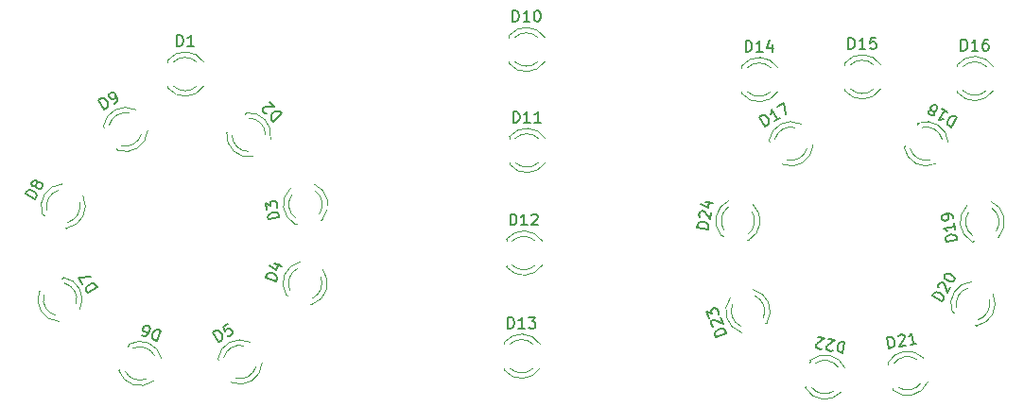
<source format=gbr>
%TF.GenerationSoftware,KiCad,Pcbnew,(6.0.7-1)-1*%
%TF.CreationDate,2023-10-29T11:35:44+10:00*%
%TF.ProjectId,HYD ISO Panel PCB V2,48594420-4953-44f2-9050-616e656c2050,rev?*%
%TF.SameCoordinates,Original*%
%TF.FileFunction,Legend,Top*%
%TF.FilePolarity,Positive*%
%FSLAX46Y46*%
G04 Gerber Fmt 4.6, Leading zero omitted, Abs format (unit mm)*
G04 Created by KiCad (PCBNEW (6.0.7-1)-1) date 2023-10-29 11:35:44*
%MOMM*%
%LPD*%
G01*
G04 APERTURE LIST*
%ADD10C,0.150000*%
%ADD11C,0.120000*%
G04 APERTURE END LIST*
D10*
%TO.C,D1*%
X90956904Y-65642380D02*
X90956904Y-64642380D01*
X91195000Y-64642380D01*
X91337857Y-64690000D01*
X91433095Y-64785238D01*
X91480714Y-64880476D01*
X91528333Y-65070952D01*
X91528333Y-65213809D01*
X91480714Y-65404285D01*
X91433095Y-65499523D01*
X91337857Y-65594761D01*
X91195000Y-65642380D01*
X90956904Y-65642380D01*
X92480714Y-65642380D02*
X91909285Y-65642380D01*
X92195000Y-65642380D02*
X92195000Y-64642380D01*
X92099761Y-64785238D01*
X92004523Y-64880476D01*
X91909285Y-64928095D01*
%TO.C,D2*%
X100332855Y-71707020D02*
X99625749Y-72414127D01*
X99457390Y-72245768D01*
X99390046Y-72111081D01*
X99390046Y-71976394D01*
X99423718Y-71875379D01*
X99524733Y-71707020D01*
X99625749Y-71606005D01*
X99794107Y-71504990D01*
X99895123Y-71471318D01*
X100029810Y-71471318D01*
X100164497Y-71538661D01*
X100332855Y-71707020D01*
X99019657Y-71673348D02*
X98952313Y-71673348D01*
X98851298Y-71639677D01*
X98682939Y-71471318D01*
X98649268Y-71370302D01*
X98649268Y-71302959D01*
X98682939Y-71201944D01*
X98750283Y-71134600D01*
X98884970Y-71067257D01*
X99693092Y-71067257D01*
X99255359Y-70629524D01*
%TO.C,D3*%
X100138113Y-81011619D02*
X99153305Y-81185267D01*
X99111960Y-80950789D01*
X99134049Y-80801834D01*
X99211302Y-80691505D01*
X99296824Y-80628071D01*
X99476138Y-80548100D01*
X99616825Y-80523293D01*
X99812676Y-80537112D01*
X99914736Y-80567470D01*
X100025065Y-80644723D01*
X100096768Y-80777141D01*
X100138113Y-81011619D01*
X98996195Y-80294251D02*
X98888698Y-79684608D01*
X99321746Y-79946726D01*
X99296939Y-79806039D01*
X99327297Y-79703979D01*
X99365923Y-79648814D01*
X99451445Y-79585380D01*
X99685923Y-79544036D01*
X99787984Y-79574393D01*
X99843148Y-79613020D01*
X99906582Y-79698542D01*
X99956196Y-79979916D01*
X99925838Y-80081976D01*
X99887211Y-80137141D01*
%TO.C,D4*%
X99839430Y-86740617D02*
X98899737Y-86398596D01*
X98981171Y-86174860D01*
X99074778Y-86056905D01*
X99196846Y-85999984D01*
X99302627Y-85987810D01*
X99497903Y-86008209D01*
X99632145Y-86057069D01*
X99794847Y-86166963D01*
X99868055Y-86244284D01*
X99924976Y-86366352D01*
X99920863Y-86516880D01*
X99839430Y-86740617D01*
X99701569Y-85170185D02*
X100328030Y-85398199D01*
X99262157Y-85263628D02*
X99851933Y-85731664D01*
X100063659Y-85149950D01*
%TO.C,D5*%
X94706833Y-92162386D02*
X94206833Y-91296360D01*
X94413029Y-91177312D01*
X94560557Y-91147123D01*
X94690654Y-91181983D01*
X94779513Y-91240652D01*
X94915990Y-91381800D01*
X94987419Y-91505517D01*
X95041417Y-91694284D01*
X95047797Y-91800572D01*
X95012938Y-91930670D01*
X94913029Y-92043338D01*
X94706833Y-92162386D01*
X95485251Y-90558265D02*
X95072858Y-90796360D01*
X95269714Y-91232563D01*
X95287144Y-91167514D01*
X95345813Y-91078656D01*
X95552009Y-90959608D01*
X95658298Y-90953228D01*
X95723346Y-90970658D01*
X95812205Y-91029327D01*
X95931252Y-91235524D01*
X95937632Y-91341812D01*
X95920202Y-91406860D01*
X95861533Y-91495719D01*
X95655337Y-91614766D01*
X95549049Y-91621146D01*
X95484000Y-91603716D01*
%TO.C,D6*%
X89505995Y-91144119D02*
X89163974Y-92083812D01*
X88940238Y-92002378D01*
X88822283Y-91908771D01*
X88765362Y-91786703D01*
X88753188Y-91680922D01*
X88773587Y-91485646D01*
X88822447Y-91351404D01*
X88932341Y-91188702D01*
X89009662Y-91115494D01*
X89131730Y-91058573D01*
X89282258Y-91062686D01*
X89505995Y-91144119D01*
X87821556Y-91595211D02*
X88000545Y-91660358D01*
X88106327Y-91648184D01*
X88167361Y-91619723D01*
X88305715Y-91518055D01*
X88415609Y-91355353D01*
X88545902Y-90997374D01*
X88533729Y-90891593D01*
X88505268Y-90830559D01*
X88432060Y-90753239D01*
X88253071Y-90688092D01*
X88147290Y-90700266D01*
X88086256Y-90728727D01*
X88008935Y-90801934D01*
X87927502Y-91025671D01*
X87939676Y-91131452D01*
X87968136Y-91192486D01*
X88041344Y-91269807D01*
X88220333Y-91334953D01*
X88326115Y-91322779D01*
X88387149Y-91294319D01*
X88464469Y-91221111D01*
%TO.C,D7*%
X83821756Y-87278670D02*
X82955730Y-87778670D01*
X82836682Y-87572474D01*
X82806493Y-87424946D01*
X82841353Y-87294849D01*
X82900022Y-87205990D01*
X83041170Y-87069513D01*
X83164887Y-86998084D01*
X83353654Y-86944086D01*
X83459942Y-86937706D01*
X83590040Y-86972565D01*
X83702708Y-87072474D01*
X83821756Y-87278670D01*
X82503349Y-86995123D02*
X82170016Y-86417773D01*
X83250327Y-86288927D01*
%TO.C,D8*%
X78244290Y-79385547D02*
X77378265Y-78885547D01*
X77497312Y-78679351D01*
X77609980Y-78579442D01*
X77740078Y-78544583D01*
X77846366Y-78550962D01*
X78035133Y-78604961D01*
X78158851Y-78676390D01*
X78299999Y-78812867D01*
X78358668Y-78901726D01*
X78393527Y-79031823D01*
X78363338Y-79179351D01*
X78244290Y-79385547D01*
X78320847Y-78110090D02*
X78231989Y-78168759D01*
X78166940Y-78186188D01*
X78060652Y-78179809D01*
X78019413Y-78155999D01*
X77960743Y-78067141D01*
X77943314Y-78002092D01*
X77949693Y-77895804D01*
X78044932Y-77730847D01*
X78133790Y-77672178D01*
X78198839Y-77654748D01*
X78305127Y-77661128D01*
X78346366Y-77684937D01*
X78405035Y-77773795D01*
X78422465Y-77838844D01*
X78416085Y-77945132D01*
X78320847Y-78110090D01*
X78314467Y-78216378D01*
X78331897Y-78281427D01*
X78390566Y-78370285D01*
X78555524Y-78465523D01*
X78661812Y-78471903D01*
X78726860Y-78454473D01*
X78815719Y-78395804D01*
X78910957Y-78230847D01*
X78917337Y-78124559D01*
X78899907Y-78059510D01*
X78841238Y-77970651D01*
X78676281Y-77875413D01*
X78569992Y-77869034D01*
X78504944Y-77886463D01*
X78416085Y-77945132D01*
%TO.C,D9*%
X84456833Y-71312386D02*
X83956833Y-70446360D01*
X84163029Y-70327312D01*
X84310557Y-70297123D01*
X84440654Y-70331983D01*
X84529513Y-70390652D01*
X84665990Y-70531800D01*
X84737419Y-70655517D01*
X84791417Y-70844284D01*
X84797797Y-70950572D01*
X84762938Y-71080670D01*
X84663029Y-71193338D01*
X84456833Y-71312386D01*
X85364097Y-70788576D02*
X85529055Y-70693338D01*
X85587724Y-70604480D01*
X85605154Y-70539431D01*
X85616204Y-70368094D01*
X85562205Y-70179327D01*
X85371729Y-69849413D01*
X85282870Y-69790743D01*
X85217821Y-69773314D01*
X85111533Y-69779693D01*
X84946576Y-69874932D01*
X84887907Y-69963790D01*
X84870477Y-70028839D01*
X84876857Y-70135127D01*
X84995905Y-70341323D01*
X85084763Y-70399992D01*
X85149812Y-70417422D01*
X85256100Y-70411043D01*
X85421057Y-70315804D01*
X85479726Y-70226946D01*
X85497156Y-70161897D01*
X85490776Y-70055609D01*
%TO.C,D10*%
X121030714Y-63442380D02*
X121030714Y-62442380D01*
X121268809Y-62442380D01*
X121411666Y-62490000D01*
X121506904Y-62585238D01*
X121554523Y-62680476D01*
X121602142Y-62870952D01*
X121602142Y-63013809D01*
X121554523Y-63204285D01*
X121506904Y-63299523D01*
X121411666Y-63394761D01*
X121268809Y-63442380D01*
X121030714Y-63442380D01*
X122554523Y-63442380D02*
X121983095Y-63442380D01*
X122268809Y-63442380D02*
X122268809Y-62442380D01*
X122173571Y-62585238D01*
X122078333Y-62680476D01*
X121983095Y-62728095D01*
X123173571Y-62442380D02*
X123268809Y-62442380D01*
X123364047Y-62490000D01*
X123411666Y-62537619D01*
X123459285Y-62632857D01*
X123506904Y-62823333D01*
X123506904Y-63061428D01*
X123459285Y-63251904D01*
X123411666Y-63347142D01*
X123364047Y-63394761D01*
X123268809Y-63442380D01*
X123173571Y-63442380D01*
X123078333Y-63394761D01*
X123030714Y-63347142D01*
X122983095Y-63251904D01*
X122935476Y-63061428D01*
X122935476Y-62823333D01*
X122983095Y-62632857D01*
X123030714Y-62537619D01*
X123078333Y-62490000D01*
X123173571Y-62442380D01*
%TO.C,D11*%
X121080714Y-72492380D02*
X121080714Y-71492380D01*
X121318809Y-71492380D01*
X121461666Y-71540000D01*
X121556904Y-71635238D01*
X121604523Y-71730476D01*
X121652142Y-71920952D01*
X121652142Y-72063809D01*
X121604523Y-72254285D01*
X121556904Y-72349523D01*
X121461666Y-72444761D01*
X121318809Y-72492380D01*
X121080714Y-72492380D01*
X122604523Y-72492380D02*
X122033095Y-72492380D01*
X122318809Y-72492380D02*
X122318809Y-71492380D01*
X122223571Y-71635238D01*
X122128333Y-71730476D01*
X122033095Y-71778095D01*
X123556904Y-72492380D02*
X122985476Y-72492380D01*
X123271190Y-72492380D02*
X123271190Y-71492380D01*
X123175952Y-71635238D01*
X123080714Y-71730476D01*
X122985476Y-71778095D01*
%TO.C,D12*%
X120805714Y-81692380D02*
X120805714Y-80692380D01*
X121043809Y-80692380D01*
X121186666Y-80740000D01*
X121281904Y-80835238D01*
X121329523Y-80930476D01*
X121377142Y-81120952D01*
X121377142Y-81263809D01*
X121329523Y-81454285D01*
X121281904Y-81549523D01*
X121186666Y-81644761D01*
X121043809Y-81692380D01*
X120805714Y-81692380D01*
X122329523Y-81692380D02*
X121758095Y-81692380D01*
X122043809Y-81692380D02*
X122043809Y-80692380D01*
X121948571Y-80835238D01*
X121853333Y-80930476D01*
X121758095Y-80978095D01*
X122710476Y-80787619D02*
X122758095Y-80740000D01*
X122853333Y-80692380D01*
X123091428Y-80692380D01*
X123186666Y-80740000D01*
X123234285Y-80787619D01*
X123281904Y-80882857D01*
X123281904Y-80978095D01*
X123234285Y-81120952D01*
X122662857Y-81692380D01*
X123281904Y-81692380D01*
%TO.C,D13*%
X120605714Y-90942380D02*
X120605714Y-89942380D01*
X120843809Y-89942380D01*
X120986666Y-89990000D01*
X121081904Y-90085238D01*
X121129523Y-90180476D01*
X121177142Y-90370952D01*
X121177142Y-90513809D01*
X121129523Y-90704285D01*
X121081904Y-90799523D01*
X120986666Y-90894761D01*
X120843809Y-90942380D01*
X120605714Y-90942380D01*
X122129523Y-90942380D02*
X121558095Y-90942380D01*
X121843809Y-90942380D02*
X121843809Y-89942380D01*
X121748571Y-90085238D01*
X121653333Y-90180476D01*
X121558095Y-90228095D01*
X122462857Y-89942380D02*
X123081904Y-89942380D01*
X122748571Y-90323333D01*
X122891428Y-90323333D01*
X122986666Y-90370952D01*
X123034285Y-90418571D01*
X123081904Y-90513809D01*
X123081904Y-90751904D01*
X123034285Y-90847142D01*
X122986666Y-90894761D01*
X122891428Y-90942380D01*
X122605714Y-90942380D01*
X122510476Y-90894761D01*
X122462857Y-90847142D01*
%TO.C,D14*%
X141880714Y-66142380D02*
X141880714Y-65142380D01*
X142118809Y-65142380D01*
X142261666Y-65190000D01*
X142356904Y-65285238D01*
X142404523Y-65380476D01*
X142452142Y-65570952D01*
X142452142Y-65713809D01*
X142404523Y-65904285D01*
X142356904Y-65999523D01*
X142261666Y-66094761D01*
X142118809Y-66142380D01*
X141880714Y-66142380D01*
X143404523Y-66142380D02*
X142833095Y-66142380D01*
X143118809Y-66142380D02*
X143118809Y-65142380D01*
X143023571Y-65285238D01*
X142928333Y-65380476D01*
X142833095Y-65428095D01*
X144261666Y-65475714D02*
X144261666Y-66142380D01*
X144023571Y-65094761D02*
X143785476Y-65809047D01*
X144404523Y-65809047D01*
%TO.C,D15*%
X151105714Y-65894380D02*
X151105714Y-64894380D01*
X151343809Y-64894380D01*
X151486666Y-64942000D01*
X151581904Y-65037238D01*
X151629523Y-65132476D01*
X151677142Y-65322952D01*
X151677142Y-65465809D01*
X151629523Y-65656285D01*
X151581904Y-65751523D01*
X151486666Y-65846761D01*
X151343809Y-65894380D01*
X151105714Y-65894380D01*
X152629523Y-65894380D02*
X152058095Y-65894380D01*
X152343809Y-65894380D02*
X152343809Y-64894380D01*
X152248571Y-65037238D01*
X152153333Y-65132476D01*
X152058095Y-65180095D01*
X153534285Y-64894380D02*
X153058095Y-64894380D01*
X153010476Y-65370571D01*
X153058095Y-65322952D01*
X153153333Y-65275333D01*
X153391428Y-65275333D01*
X153486666Y-65322952D01*
X153534285Y-65370571D01*
X153581904Y-65465809D01*
X153581904Y-65703904D01*
X153534285Y-65799142D01*
X153486666Y-65846761D01*
X153391428Y-65894380D01*
X153153333Y-65894380D01*
X153058095Y-65846761D01*
X153010476Y-65799142D01*
%TO.C,D16*%
X161181714Y-66046780D02*
X161181714Y-65046780D01*
X161419809Y-65046780D01*
X161562666Y-65094400D01*
X161657904Y-65189638D01*
X161705523Y-65284876D01*
X161753142Y-65475352D01*
X161753142Y-65618209D01*
X161705523Y-65808685D01*
X161657904Y-65903923D01*
X161562666Y-65999161D01*
X161419809Y-66046780D01*
X161181714Y-66046780D01*
X162705523Y-66046780D02*
X162134095Y-66046780D01*
X162419809Y-66046780D02*
X162419809Y-65046780D01*
X162324571Y-65189638D01*
X162229333Y-65284876D01*
X162134095Y-65332495D01*
X163562666Y-65046780D02*
X163372190Y-65046780D01*
X163276952Y-65094400D01*
X163229333Y-65142019D01*
X163134095Y-65284876D01*
X163086476Y-65475352D01*
X163086476Y-65856304D01*
X163134095Y-65951542D01*
X163181714Y-65999161D01*
X163276952Y-66046780D01*
X163467428Y-66046780D01*
X163562666Y-65999161D01*
X163610285Y-65951542D01*
X163657904Y-65856304D01*
X163657904Y-65618209D01*
X163610285Y-65522971D01*
X163562666Y-65475352D01*
X163467428Y-65427733D01*
X163276952Y-65427733D01*
X163181714Y-65475352D01*
X163134095Y-65522971D01*
X163086476Y-65618209D01*
%TO.C,D17*%
X143640240Y-72837981D02*
X143140240Y-71971955D01*
X143346436Y-71852908D01*
X143493964Y-71822718D01*
X143624061Y-71857578D01*
X143712920Y-71916247D01*
X143849397Y-72057395D01*
X143920826Y-72181113D01*
X143974824Y-72369879D01*
X143981204Y-72476168D01*
X143946345Y-72606265D01*
X143846436Y-72718933D01*
X143640240Y-72837981D01*
X144959897Y-72076076D02*
X144465026Y-72361790D01*
X144712462Y-72218933D02*
X144212462Y-71352908D01*
X144201412Y-71524245D01*
X144166552Y-71654342D01*
X144107883Y-71743201D01*
X144748573Y-71043384D02*
X145325923Y-70710051D01*
X145454769Y-71790362D01*
%TO.C,D18*%
X160803444Y-72049434D02*
X160303444Y-72915459D01*
X160097248Y-72796412D01*
X159997339Y-72683744D01*
X159962480Y-72553646D01*
X159968860Y-72447358D01*
X160022858Y-72258591D01*
X160094287Y-72134873D01*
X160230764Y-71993726D01*
X160319623Y-71935057D01*
X160449720Y-71900197D01*
X160597248Y-71930386D01*
X160803444Y-72049434D01*
X159483786Y-71287529D02*
X159978658Y-71573243D01*
X159731222Y-71430386D02*
X159231222Y-72296412D01*
X159385130Y-72220313D01*
X159515227Y-72185453D01*
X159621515Y-72191833D01*
X158703201Y-71496687D02*
X158761870Y-71585545D01*
X158779299Y-71650594D01*
X158772920Y-71756882D01*
X158749110Y-71798121D01*
X158660252Y-71856790D01*
X158595203Y-71874220D01*
X158488915Y-71867840D01*
X158323958Y-71772602D01*
X158265289Y-71683744D01*
X158247859Y-71618695D01*
X158254238Y-71512407D01*
X158278048Y-71471168D01*
X158366906Y-71412499D01*
X158431955Y-71395069D01*
X158538243Y-71401448D01*
X158703201Y-71496687D01*
X158809489Y-71503066D01*
X158874538Y-71485637D01*
X158963396Y-71426967D01*
X159058634Y-71262010D01*
X159065014Y-71155722D01*
X159047584Y-71090673D01*
X158988915Y-71001815D01*
X158823958Y-70906577D01*
X158717669Y-70900197D01*
X158652621Y-70917627D01*
X158563762Y-70976296D01*
X158468524Y-71141253D01*
X158462144Y-71247541D01*
X158479574Y-71312590D01*
X158538243Y-71401448D01*
%TO.C,D24*%
X138518751Y-82065289D02*
X137533944Y-81891640D01*
X137575288Y-81657162D01*
X137646991Y-81524745D01*
X137757320Y-81447491D01*
X137859380Y-81417134D01*
X138055232Y-81403314D01*
X138195918Y-81428121D01*
X138375232Y-81508092D01*
X138460754Y-81571526D01*
X138538007Y-81681855D01*
X138560096Y-81830811D01*
X138518751Y-82065289D01*
X137793114Y-80970266D02*
X137754487Y-80915102D01*
X137724130Y-80813041D01*
X137765474Y-80578563D01*
X137828908Y-80493041D01*
X137884073Y-80454415D01*
X137986133Y-80424057D01*
X138079924Y-80440595D01*
X138212342Y-80512297D01*
X138675862Y-81174272D01*
X138783358Y-80564629D01*
X138275661Y-79604743D02*
X138932199Y-79720508D01*
X137859151Y-79773069D02*
X138521240Y-80131582D01*
X138628737Y-79521939D01*
%TO.C,D19*%
X160820802Y-83030575D02*
X159835995Y-83204224D01*
X159794650Y-82969745D01*
X159816738Y-82820790D01*
X159893992Y-82710461D01*
X159979514Y-82647027D01*
X160158827Y-82567056D01*
X160299514Y-82542249D01*
X160495366Y-82556068D01*
X160597426Y-82586426D01*
X160707755Y-82663679D01*
X160779457Y-82796097D01*
X160820802Y-83030575D01*
X160556196Y-81529916D02*
X160655423Y-82092663D01*
X160605809Y-81811290D02*
X159621002Y-81984938D01*
X159778226Y-82053922D01*
X159888555Y-82131175D01*
X159951989Y-82216698D01*
X160473506Y-81060960D02*
X160440430Y-80873377D01*
X160376997Y-80787855D01*
X160321832Y-80749229D01*
X160164607Y-80680244D01*
X159968756Y-80666424D01*
X159593591Y-80732576D01*
X159508069Y-80796010D01*
X159469442Y-80851174D01*
X159439084Y-80953234D01*
X159472160Y-81140817D01*
X159535594Y-81226339D01*
X159590758Y-81264966D01*
X159692819Y-81295323D01*
X159927297Y-81253979D01*
X160012819Y-81190545D01*
X160051445Y-81135380D01*
X160081803Y-81033320D01*
X160048727Y-80845738D01*
X159985294Y-80760216D01*
X159930129Y-80721589D01*
X159828069Y-80691231D01*
%TO.C,D23*%
X140157753Y-91405301D02*
X139218060Y-91747322D01*
X139136627Y-91523585D01*
X139132514Y-91373057D01*
X139189435Y-91250989D01*
X139262643Y-91173668D01*
X139425345Y-91063774D01*
X139559587Y-91014914D01*
X139754863Y-90994515D01*
X139860644Y-91006689D01*
X139982712Y-91063610D01*
X140076319Y-91181565D01*
X140157753Y-91405301D01*
X138981821Y-90819803D02*
X138920787Y-90791342D01*
X138843467Y-90718134D01*
X138762033Y-90494398D01*
X138774207Y-90388617D01*
X138802668Y-90327583D01*
X138875876Y-90250262D01*
X138965370Y-90217689D01*
X139115899Y-90213576D01*
X139848306Y-90555103D01*
X139636579Y-89973389D01*
X138582880Y-90002178D02*
X138371153Y-89420464D01*
X138843138Y-89603401D01*
X138794278Y-89469159D01*
X138806452Y-89363378D01*
X138834912Y-89302344D01*
X138908120Y-89225024D01*
X139131857Y-89143590D01*
X139237638Y-89155764D01*
X139298672Y-89184225D01*
X139375992Y-89257433D01*
X139473712Y-89525916D01*
X139461539Y-89631697D01*
X139433078Y-89692731D01*
%TO.C,D20*%
X159468695Y-88552140D02*
X158602670Y-88052140D01*
X158721717Y-87845944D01*
X158834385Y-87746035D01*
X158964483Y-87711176D01*
X159070771Y-87717556D01*
X159259538Y-87771554D01*
X159383256Y-87842983D01*
X159524403Y-87979460D01*
X159583072Y-88068319D01*
X159617932Y-88198416D01*
X159587743Y-88345944D01*
X159468695Y-88552140D01*
X159161339Y-87274973D02*
X159143909Y-87209924D01*
X159150289Y-87103636D01*
X159269336Y-86897440D01*
X159358195Y-86838771D01*
X159423243Y-86821341D01*
X159529532Y-86827721D01*
X159612010Y-86875340D01*
X159711919Y-86988008D01*
X159921076Y-87768593D01*
X160230600Y-87232482D01*
X159674098Y-86196372D02*
X159721717Y-86113893D01*
X159810576Y-86055224D01*
X159875624Y-86037794D01*
X159981913Y-86044174D01*
X160170679Y-86098173D01*
X160376876Y-86217220D01*
X160518024Y-86353698D01*
X160576693Y-86442556D01*
X160594122Y-86507605D01*
X160587743Y-86613893D01*
X160540124Y-86696372D01*
X160451265Y-86755041D01*
X160386216Y-86772470D01*
X160279928Y-86766091D01*
X160091162Y-86712092D01*
X159884965Y-86593044D01*
X159743817Y-86456567D01*
X159685148Y-86367708D01*
X159667718Y-86302660D01*
X159674098Y-86196372D01*
%TO.C,D22*%
X150764097Y-92170852D02*
X150590448Y-93155659D01*
X150355970Y-93114315D01*
X150223553Y-93042612D01*
X150146299Y-92932283D01*
X150115942Y-92830223D01*
X150102122Y-92634371D01*
X150126929Y-92493685D01*
X150206900Y-92314371D01*
X150270334Y-92228849D01*
X150380663Y-92151596D01*
X150529619Y-92129507D01*
X150764097Y-92170852D01*
X149669074Y-92896489D02*
X149613910Y-92935116D01*
X149511849Y-92965473D01*
X149277371Y-92924129D01*
X149191849Y-92860695D01*
X149153223Y-92805530D01*
X149122865Y-92703470D01*
X149139403Y-92609679D01*
X149211105Y-92477261D01*
X149873080Y-92013741D01*
X149263437Y-91906245D01*
X148731162Y-92731110D02*
X148675997Y-92769736D01*
X148573937Y-92800094D01*
X148339459Y-92758749D01*
X148253937Y-92695316D01*
X148215310Y-92640151D01*
X148184953Y-92538091D01*
X148201491Y-92444300D01*
X148273193Y-92311882D01*
X148935168Y-91848362D01*
X148325525Y-91740866D01*
%TO.C,D21*%
X154744424Y-92720802D02*
X154570775Y-91735995D01*
X154805254Y-91694650D01*
X154954209Y-91716738D01*
X155064538Y-91793992D01*
X155127972Y-91879514D01*
X155207943Y-92058827D01*
X155232750Y-92199514D01*
X155218931Y-92395366D01*
X155188573Y-92497426D01*
X155111320Y-92607755D01*
X154978902Y-92679457D01*
X154744424Y-92720802D01*
X155525226Y-91664407D02*
X155563852Y-91609242D01*
X155649374Y-91545808D01*
X155883852Y-91504464D01*
X155985913Y-91534821D01*
X156041077Y-91573448D01*
X156104511Y-91658970D01*
X156121049Y-91752761D01*
X156098960Y-91901717D01*
X155635440Y-92563692D01*
X156245083Y-92456196D01*
X157182995Y-92290816D02*
X156620248Y-92390044D01*
X156901622Y-92340430D02*
X156727973Y-91355622D01*
X156658989Y-91512847D01*
X156581736Y-91623176D01*
X156496214Y-91686610D01*
D11*
%TO.C,D1*%
X90135000Y-66914000D02*
X90135000Y-67070000D01*
X90135000Y-69230000D02*
X90135000Y-69386000D01*
X93367335Y-67071392D02*
G75*
G03*
X90135000Y-66914484I-1672335J-1078608D01*
G01*
X90135000Y-69385516D02*
G75*
G03*
X93367335Y-69228608I1560000J1235516D01*
G01*
X90654039Y-69230000D02*
G75*
G03*
X92736130Y-69229837I1040961J1080000D01*
G01*
X92736130Y-67070163D02*
G75*
G03*
X90654039Y-67070000I-1041130J-1079837D01*
G01*
%TO.C,D2*%
X97168923Y-71620955D02*
X97058614Y-71731264D01*
X95531264Y-73258614D02*
X95420955Y-73368923D01*
X95898280Y-73625630D02*
G75*
G03*
X97370656Y-75097776I1499746J27604D01*
G01*
X95421299Y-73368581D02*
G75*
G03*
X97817854Y-75543236I1976727J-229445D01*
G01*
X98897776Y-73570656D02*
G75*
G03*
X97425630Y-72098280I-1499750J-27370D01*
G01*
X99343238Y-74017854D02*
G75*
G03*
X97168581Y-71621297I-1945212J419828D01*
G01*
%TO.C,D3*%
X103813950Y-81198054D02*
X103967580Y-81170965D01*
X101533136Y-81600223D02*
X101686766Y-81573134D01*
X103723819Y-80686900D02*
G75*
G03*
X103362108Y-78636470I-1244352J837606D01*
G01*
X101235244Y-79011492D02*
G75*
G03*
X101596635Y-81061981I1244223J-837802D01*
G01*
X101126847Y-78389664D02*
G75*
G03*
X101533612Y-81600139I1352620J-1459630D01*
G01*
X103967104Y-81171049D02*
G75*
G03*
X103251290Y-78015067I-1487637J1321755D01*
G01*
%TO.C,D4*%
X102929582Y-88739993D02*
X103076174Y-88793348D01*
X100753254Y-87947874D02*
X100899846Y-88001229D01*
X101789638Y-85557022D02*
G75*
G03*
X101077368Y-87513492I658628J-1347668D01*
G01*
X102006678Y-84964302D02*
G75*
G03*
X100753709Y-87948040I441588J-1940388D01*
G01*
X103075719Y-88793182D02*
G75*
G03*
X104033798Y-85702115I-627453J1888492D01*
G01*
X103107104Y-88252255D02*
G75*
G03*
X103819068Y-86295674I-658838J1347565D01*
G01*
%TO.C,D5*%
X95788853Y-95680307D02*
X95866853Y-95815407D01*
X94630853Y-93674593D02*
X94708853Y-93809693D01*
X97508833Y-92194732D02*
G75*
G03*
X94631095Y-93675012I-908981J-1770268D01*
G01*
X96238354Y-95420788D02*
G75*
G03*
X98041416Y-94379601I361498J1455788D01*
G01*
X95866611Y-95814988D02*
G75*
G03*
X98587441Y-94062934I733241J1849988D01*
G01*
X96961579Y-92509270D02*
G75*
G03*
X95158354Y-93550173I-361727J-1455730D01*
G01*
%TO.C,D6*%
X86602126Y-92403254D02*
X86548771Y-92549846D01*
X85810007Y-94579582D02*
X85756652Y-94726174D01*
X85756818Y-94725719D02*
G75*
G03*
X88847885Y-95683798I1888492J627453D01*
G01*
X86297745Y-94757104D02*
G75*
G03*
X88254326Y-95469068I1347565J658838D01*
G01*
X89585698Y-93656678D02*
G75*
G03*
X86601960Y-92403709I-1940388J-441588D01*
G01*
X88992978Y-93439638D02*
G75*
G03*
X87036508Y-92727368I-1347668J-658628D01*
G01*
%TO.C,D7*%
X78782193Y-87534653D02*
X78647093Y-87612653D01*
X80787907Y-86376653D02*
X80652807Y-86454653D01*
X79041712Y-87984154D02*
G75*
G03*
X80082899Y-89787216I1455788J-361498D01*
G01*
X81953230Y-88707379D02*
G75*
G03*
X80912327Y-86904154I-1455730J361727D01*
G01*
X78647512Y-87612411D02*
G75*
G03*
X80399566Y-90333241I1849988J-733241D01*
G01*
X82267768Y-89254633D02*
G75*
G03*
X80787488Y-86376895I-1770268J908981D01*
G01*
%TO.C,D8*%
X80940307Y-81891147D02*
X81075407Y-81969147D01*
X78934593Y-80733147D02*
X79069693Y-80811147D01*
X80370399Y-78558584D02*
G75*
G03*
X79329212Y-80361646I414601J-1441564D01*
G01*
X81074988Y-81968906D02*
G75*
G03*
X82555269Y-79091167I-289988J1968758D01*
G01*
X81199827Y-81441647D02*
G75*
G03*
X82240731Y-79638421I-414827J1441499D01*
G01*
X80687066Y-78012560D02*
G75*
G03*
X78935012Y-80733389I97934J-1987588D01*
G01*
%TO.C,D9*%
X84380853Y-72824593D02*
X84458853Y-72959693D01*
X85538853Y-74830307D02*
X85616853Y-74965407D01*
X86711579Y-71659270D02*
G75*
G03*
X84908354Y-72700173I-361727J-1455730D01*
G01*
X85988354Y-74570788D02*
G75*
G03*
X87791416Y-73529601I361498J1455788D01*
G01*
X87258833Y-71344732D02*
G75*
G03*
X84381095Y-72825012I-908981J-1770268D01*
G01*
X85616611Y-74964988D02*
G75*
G03*
X88337441Y-73212934I733241J1849988D01*
G01*
%TO.C,D10*%
X120685000Y-67030000D02*
X120685000Y-67186000D01*
X120685000Y-64714000D02*
X120685000Y-64870000D01*
X121204039Y-67030000D02*
G75*
G03*
X123286130Y-67029837I1040961J1080000D01*
G01*
X120685000Y-67185516D02*
G75*
G03*
X123917335Y-67028608I1560000J1235516D01*
G01*
X123917335Y-64871392D02*
G75*
G03*
X120685000Y-64714484I-1672335J-1078608D01*
G01*
X123286130Y-64870163D02*
G75*
G03*
X121204039Y-64870000I-1041130J-1079837D01*
G01*
%TO.C,D11*%
X120735000Y-73764000D02*
X120735000Y-73920000D01*
X120735000Y-76080000D02*
X120735000Y-76236000D01*
X123336130Y-73920163D02*
G75*
G03*
X121254039Y-73920000I-1041130J-1079837D01*
G01*
X121254039Y-76080000D02*
G75*
G03*
X123336130Y-76079837I1040961J1080000D01*
G01*
X123967335Y-73921392D02*
G75*
G03*
X120735000Y-73764484I-1672335J-1078608D01*
G01*
X120735000Y-76235516D02*
G75*
G03*
X123967335Y-76078608I1560000J1235516D01*
G01*
%TO.C,D12*%
X120460000Y-82964000D02*
X120460000Y-83120000D01*
X120460000Y-85280000D02*
X120460000Y-85436000D01*
X120460000Y-85435516D02*
G75*
G03*
X123692335Y-85278608I1560000J1235516D01*
G01*
X123061130Y-83120163D02*
G75*
G03*
X120979039Y-83120000I-1041130J-1079837D01*
G01*
X120979039Y-85280000D02*
G75*
G03*
X123061130Y-85279837I1040961J1080000D01*
G01*
X123692335Y-83121392D02*
G75*
G03*
X120460000Y-82964484I-1672335J-1078608D01*
G01*
%TO.C,D13*%
X120260000Y-94530000D02*
X120260000Y-94686000D01*
X120260000Y-92214000D02*
X120260000Y-92370000D01*
X123492335Y-92371392D02*
G75*
G03*
X120260000Y-92214484I-1672335J-1078608D01*
G01*
X120779039Y-94530000D02*
G75*
G03*
X122861130Y-94529837I1040961J1080000D01*
G01*
X122861130Y-92370163D02*
G75*
G03*
X120779039Y-92370000I-1041130J-1079837D01*
G01*
X120260000Y-94685516D02*
G75*
G03*
X123492335Y-94528608I1560000J1235516D01*
G01*
%TO.C,D14*%
X141535000Y-69730000D02*
X141535000Y-69886000D01*
X141535000Y-67414000D02*
X141535000Y-67570000D01*
X141535000Y-69885516D02*
G75*
G03*
X144767335Y-69728608I1560000J1235516D01*
G01*
X144767335Y-67571392D02*
G75*
G03*
X141535000Y-67414484I-1672335J-1078608D01*
G01*
X144136130Y-67570163D02*
G75*
G03*
X142054039Y-67570000I-1041130J-1079837D01*
G01*
X142054039Y-69730000D02*
G75*
G03*
X144136130Y-69729837I1040961J1080000D01*
G01*
%TO.C,D15*%
X150760000Y-69482000D02*
X150760000Y-69638000D01*
X150760000Y-67166000D02*
X150760000Y-67322000D01*
X150760000Y-69637516D02*
G75*
G03*
X153992335Y-69480608I1560000J1235516D01*
G01*
X153361130Y-67322163D02*
G75*
G03*
X151279039Y-67322000I-1041130J-1079837D01*
G01*
X153992335Y-67323392D02*
G75*
G03*
X150760000Y-67166484I-1672335J-1078608D01*
G01*
X151279039Y-69482000D02*
G75*
G03*
X153361130Y-69481837I1040961J1080000D01*
G01*
%TO.C,D16*%
X160836000Y-69634400D02*
X160836000Y-69790400D01*
X160836000Y-67318400D02*
X160836000Y-67474400D01*
X160836000Y-69789916D02*
G75*
G03*
X164068335Y-69633008I1560000J1235516D01*
G01*
X164068335Y-67475792D02*
G75*
G03*
X160836000Y-67318884I-1672335J-1078608D01*
G01*
X163437130Y-67474563D02*
G75*
G03*
X161355039Y-67474400I-1041130J-1079837D01*
G01*
X161355039Y-69634400D02*
G75*
G03*
X163437130Y-69634237I1040961J1080000D01*
G01*
%TO.C,D17*%
X145134653Y-76117807D02*
X145212653Y-76252907D01*
X143976653Y-74112093D02*
X144054653Y-74247193D01*
X146854633Y-72632232D02*
G75*
G03*
X143976895Y-74112512I-908981J-1770268D01*
G01*
X145212411Y-76252488D02*
G75*
G03*
X147933241Y-74500434I733241J1849988D01*
G01*
X145584154Y-75858288D02*
G75*
G03*
X147387216Y-74817101I361498J1455788D01*
G01*
X146307379Y-72946770D02*
G75*
G03*
X144504154Y-73987673I-361727J-1455730D01*
G01*
%TO.C,D18*%
X157312653Y-72547093D02*
X157234653Y-72682193D01*
X156154653Y-74552807D02*
X156076653Y-74687907D01*
X156604153Y-74812327D02*
G75*
G03*
X158407379Y-75853231I1441499J414827D01*
G01*
X160033240Y-74299566D02*
G75*
G03*
X157312411Y-72547512I-1987588J-97934D01*
G01*
X156076894Y-74687488D02*
G75*
G03*
X158954633Y-76167769I1968758J289988D01*
G01*
X159487216Y-73982899D02*
G75*
G03*
X157684154Y-72941712I-1441564J-414601D01*
G01*
%TO.C,D24*%
X139711020Y-82626565D02*
X139864650Y-82653654D01*
X141991834Y-83028734D02*
X142145464Y-83055823D01*
X142081965Y-82517580D02*
G75*
G03*
X142443355Y-80467093I-882832J1212686D01*
G01*
X140316491Y-80092069D02*
G75*
G03*
X139954780Y-82142501I882642J-1212825D01*
G01*
X140427310Y-79470667D02*
G75*
G03*
X139711496Y-82626649I771823J-1834227D01*
G01*
X142144988Y-83055739D02*
G75*
G03*
X142551753Y-79845264I-945855J1750845D01*
G01*
%TO.C,D19*%
X164413950Y-82748054D02*
X164567580Y-82720965D01*
X162133136Y-83150223D02*
X162286766Y-83123134D01*
X161726847Y-79939664D02*
G75*
G03*
X162133612Y-83150139I1352620J-1459630D01*
G01*
X164323819Y-82236900D02*
G75*
G03*
X163962108Y-80186470I-1244352J837606D01*
G01*
X161835244Y-80561492D02*
G75*
G03*
X162196635Y-82611981I1244223J-837802D01*
G01*
X164567104Y-82721049D02*
G75*
G03*
X163851290Y-79565067I-1487637J1321755D01*
G01*
%TO.C,D23*%
X141470926Y-91295248D02*
X141617518Y-91241893D01*
X143647254Y-90503129D02*
X143793846Y-90449774D01*
X143469732Y-90015392D02*
G75*
G03*
X142757462Y-88058922I-1370898J608802D01*
G01*
X140513302Y-88204015D02*
G75*
G03*
X141471381Y-91295082I1585532J-1202575D01*
G01*
X140728032Y-88797574D02*
G75*
G03*
X141439996Y-90754155I1370802J-609016D01*
G01*
X143793390Y-90449939D02*
G75*
G03*
X142540422Y-87466204I-1694556J1043349D01*
G01*
%TO.C,D20*%
X162402807Y-90645347D02*
X162537907Y-90723347D01*
X160397093Y-89487347D02*
X160532193Y-89565347D01*
X162149566Y-86766760D02*
G75*
G03*
X160397512Y-89487589I97934J-1987588D01*
G01*
X162537488Y-90723106D02*
G75*
G03*
X164017769Y-87845367I-289988J1968758D01*
G01*
X161832899Y-87312784D02*
G75*
G03*
X160791712Y-89115846I414601J-1441564D01*
G01*
X162662327Y-90195847D02*
G75*
G03*
X163703231Y-88392621I-414827J1441499D01*
G01*
%TO.C,D22*%
X147251866Y-96113234D02*
X147224777Y-96266864D01*
X147654035Y-93832420D02*
X147626946Y-93986050D01*
X147763020Y-96203365D02*
G75*
G03*
X149813507Y-96564755I1212686J882832D01*
G01*
X147224861Y-96266388D02*
G75*
G03*
X150435336Y-96673153I1750845J945855D01*
G01*
X150188531Y-94437891D02*
G75*
G03*
X148138099Y-94076180I-1212825J-882642D01*
G01*
X150809933Y-94548710D02*
G75*
G03*
X147653951Y-93832896I-1834227J-771823D01*
G01*
%TO.C,D21*%
X154624777Y-94033136D02*
X154651866Y-94186766D01*
X155026946Y-96313950D02*
X155054035Y-96467580D01*
X157213508Y-93735244D02*
G75*
G03*
X155163019Y-94096635I-837802J-1244223D01*
G01*
X155538100Y-96223819D02*
G75*
G03*
X157588530Y-95862108I837606J1244352D01*
G01*
X155053951Y-96467104D02*
G75*
G03*
X158209933Y-95751290I1321755J1487637D01*
G01*
X157835336Y-93626847D02*
G75*
G03*
X154624861Y-94033612I-1459630J-1352620D01*
G01*
%TD*%
M02*

</source>
